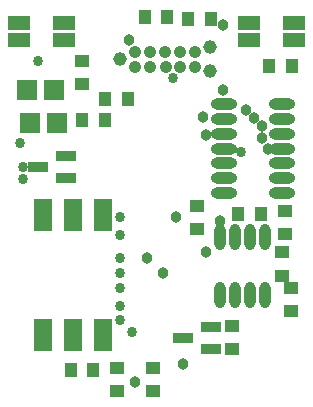
<source format=gts>
%FSTAX23Y23*%
%MOIN*%
%SFA1B1*%

%IPPOS*%
%ADD33R,0.047400X0.043470*%
%ADD34R,0.043470X0.047400*%
%ADD35C,0.041100*%
%ADD36R,0.070000X0.070000*%
%ADD37O,0.088740X0.037560*%
%ADD38R,0.067090X0.033620*%
%ADD39O,0.037560X0.088740*%
%ADD40R,0.074960X0.051340*%
%ADD41R,0.060000X0.110000*%
%ADD42C,0.045430*%
%ADD43R,0.074960X0.051340*%
%ADD44C,0.038000*%
%ADD45C,0.034000*%
%LNsensorrig-1*%
%LPD*%
G54D33*
X-00009Y-00689D03*
Y-00766D03*
X-00246Y00334D03*
Y00257D03*
X00137Y-00226D03*
Y-00149D03*
X00423Y-00305D03*
Y-00382D03*
X00452Y-00501D03*
Y-00424D03*
X00255Y-00551D03*
Y-00628D03*
X-00128Y-00689D03*
Y-00766D03*
X00432Y-00167D03*
Y-00244D03*
G54D34*
X00454Y00315D03*
X00377D03*
X00108Y00472D03*
X00185D03*
X0004Y0048D03*
X-00036D03*
X-00167Y00206D03*
X-0009D03*
X-00245Y00137D03*
X-00168D03*
X00275Y-00177D03*
X00351D03*
X-00207Y-00698D03*
X-00283D03*
G54D35*
X00031Y00364D03*
X-00068D03*
X00081D03*
X-00068Y00314D03*
X00081D03*
X-00018Y00364D03*
X00131D03*
X-00018Y00314D03*
X00034D03*
X00131D03*
G54D36*
X-00419Y00127D03*
X-00329D03*
X-00428Y00236D03*
X-00338D03*
G54D37*
X00423Y00041D03*
Y00091D03*
Y00141D03*
Y00191D03*
X0023Y-00108D03*
Y-00058D03*
Y-00008D03*
Y00041D03*
Y00091D03*
Y00141D03*
Y00191D03*
X00423Y-00108D03*
Y-00058D03*
Y-00008D03*
G54D38*
X-00298Y-00057D03*
Y00017D03*
X-0039Y-00019D03*
X00184Y-00627D03*
Y-00553D03*
X00091Y-0059D03*
G54D39*
X00214Y-00448D03*
X00264D03*
X00314D03*
X00364D03*
X00214Y-00255D03*
X00264D03*
X00314D03*
X00364D03*
G54D40*
X-00456Y00403D03*
X-00305D03*
X00462D03*
X00311D03*
G54D41*
X-00374Y-0058D03*
X-00274D03*
X-00174D03*
X-00374Y-0018D03*
X-00274D03*
X-00174D03*
G54D42*
X00181Y00299D03*
Y00379D03*
X-00118Y00339D03*
G54D43*
X-00305Y0046D03*
X-00456Y0046D03*
X00311D03*
X00462Y0046D03*
G54D44*
X00025Y-00374D03*
X-00088Y00403D03*
X00214Y-00199D03*
X00157Y00147D03*
X00167Y00088D03*
X00068Y-00187D03*
X00167Y-00305D03*
X00226Y00236D03*
X00303Y00169D03*
X00328Y00143D03*
X00354Y00118D03*
X00226Y00452D03*
X00354Y00078D03*
X-00068Y-00738D03*
X00374Y00039D03*
X00091Y-00676D03*
X-00029Y-00324D03*
G54D45*
X-00442Y-00019D03*
Y-00059D03*
X-00452Y00059D03*
X-00393Y00334D03*
X00059Y00275D03*
X-00118Y-00531D03*
Y-00482D03*
Y-00423D03*
Y-00374D03*
Y-00324D03*
Y-00246D03*
Y-00187D03*
X-00078Y-0057D03*
X00285Y00029D03*
M02*
</source>
